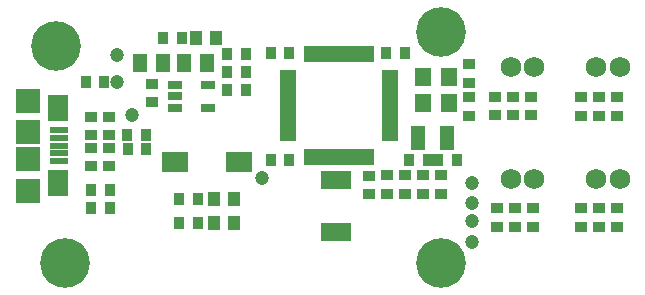
<source format=gts>
G04 Layer_Color=8388736*
%FSLAX25Y25*%
%MOIN*%
G70*
G01*
G75*
%ADD45R,0.08674X0.07099*%
%ADD46R,0.01981X0.05524*%
%ADD47R,0.05524X0.01981*%
%ADD48R,0.01981X0.06312*%
%ADD49R,0.05524X0.06312*%
%ADD50R,0.04737X0.07887*%
%ADD51R,0.05131X0.03162*%
%ADD52C,0.04737*%
%ADD53R,0.06115X0.02375*%
%ADD54R,0.07099X0.09068*%
%ADD55R,0.08280X0.07887*%
%ADD56R,0.04737X0.05918*%
%ADD57R,0.04343X0.03556*%
%ADD58R,0.03556X0.04343*%
%ADD59R,0.04147X0.04540*%
%ADD60C,0.06800*%
%ADD61C,0.16548*%
D45*
X36516Y33858D02*
D03*
X57776D02*
D03*
D46*
X102067Y35433D02*
D03*
X100098D02*
D03*
X98130D02*
D03*
X96161D02*
D03*
X94193D02*
D03*
X92224D02*
D03*
X90256D02*
D03*
X88287D02*
D03*
X86319D02*
D03*
X84350D02*
D03*
X82382D02*
D03*
X80413D02*
D03*
Y69685D02*
D03*
X82382D02*
D03*
X84350D02*
D03*
X86319D02*
D03*
X88287D02*
D03*
X90256D02*
D03*
X92224D02*
D03*
X94193D02*
D03*
X96161D02*
D03*
X98130D02*
D03*
X100098D02*
D03*
X102067D02*
D03*
D47*
X74114Y41732D02*
D03*
Y43701D02*
D03*
Y45669D02*
D03*
Y51575D02*
D03*
Y53543D02*
D03*
Y55512D02*
D03*
Y57480D02*
D03*
Y59449D02*
D03*
Y61417D02*
D03*
Y63386D02*
D03*
X108366D02*
D03*
Y61417D02*
D03*
Y59449D02*
D03*
Y57480D02*
D03*
Y55512D02*
D03*
Y53543D02*
D03*
Y51575D02*
D03*
Y49606D02*
D03*
Y47638D02*
D03*
Y45669D02*
D03*
Y43701D02*
D03*
Y41732D02*
D03*
X74114Y49606D02*
D03*
Y47638D02*
D03*
D48*
X94193Y27559D02*
D03*
X92224D02*
D03*
X90256D02*
D03*
X88287D02*
D03*
X86319D02*
D03*
X94193Y10236D02*
D03*
X92224D02*
D03*
X90256D02*
D03*
X88287D02*
D03*
X86319D02*
D03*
D49*
X127953Y53445D02*
D03*
Y62106D02*
D03*
X119291Y53445D02*
D03*
Y62106D02*
D03*
D50*
X117421Y41831D02*
D03*
X127264D02*
D03*
D51*
X36417Y59310D02*
D03*
X47441D02*
D03*
X36417Y55570D02*
D03*
Y51830D02*
D03*
X47441D02*
D03*
D52*
X135663Y13943D02*
D03*
Y7185D02*
D03*
X135630Y19980D02*
D03*
X135663Y26575D02*
D03*
X65551Y28375D02*
D03*
X17126Y69291D02*
D03*
X22343Y49409D02*
D03*
X17323Y60433D02*
D03*
D53*
X-1969Y39173D02*
D03*
Y41732D02*
D03*
Y36614D02*
D03*
Y44291D02*
D03*
Y34055D02*
D03*
D54*
X-2461Y26772D02*
D03*
Y51575D02*
D03*
D55*
X-12500Y34646D02*
D03*
Y43701D02*
D03*
Y24213D02*
D03*
Y54134D02*
D03*
D56*
X39587Y66732D02*
D03*
X47224D02*
D03*
X32658D02*
D03*
X25020D02*
D03*
D57*
X29035Y53598D02*
D03*
Y59819D02*
D03*
X8661Y38543D02*
D03*
Y32323D02*
D03*
Y48878D02*
D03*
Y42658D02*
D03*
X113287Y23071D02*
D03*
Y29291D02*
D03*
X119291Y23071D02*
D03*
Y29291D02*
D03*
X134646Y60177D02*
D03*
Y66398D02*
D03*
X134547Y49154D02*
D03*
Y55374D02*
D03*
X149803Y18268D02*
D03*
Y12047D02*
D03*
X178051D02*
D03*
Y18268D02*
D03*
X177856Y55374D02*
D03*
Y49154D02*
D03*
X125295Y23071D02*
D03*
Y29291D02*
D03*
X149351Y55499D02*
D03*
Y49278D02*
D03*
X14665Y38543D02*
D03*
Y32323D02*
D03*
Y48878D02*
D03*
Y42658D02*
D03*
X101279Y29193D02*
D03*
Y22972D02*
D03*
X107283Y23031D02*
D03*
Y29252D02*
D03*
X155807Y18268D02*
D03*
Y12047D02*
D03*
X143898Y18268D02*
D03*
Y12047D02*
D03*
X184055Y12146D02*
D03*
Y18366D02*
D03*
X172047Y12087D02*
D03*
Y18307D02*
D03*
X183858Y55374D02*
D03*
Y49154D02*
D03*
X171803Y55400D02*
D03*
Y49180D02*
D03*
X155315Y49252D02*
D03*
Y55472D02*
D03*
X143307Y49252D02*
D03*
Y55472D02*
D03*
D58*
X53878Y69587D02*
D03*
X60098D02*
D03*
X53878Y57579D02*
D03*
X60098D02*
D03*
X74665Y70079D02*
D03*
X68445D02*
D03*
X107028D02*
D03*
X113248D02*
D03*
X74665Y34350D02*
D03*
X68445D02*
D03*
X8701Y18504D02*
D03*
X14921D02*
D03*
X130472Y34252D02*
D03*
X124252D02*
D03*
X120827D02*
D03*
X114606D02*
D03*
X60098Y63583D02*
D03*
X53878D02*
D03*
X38839Y74902D02*
D03*
X32618D02*
D03*
X6772Y60335D02*
D03*
X12992D02*
D03*
X26929Y42815D02*
D03*
X20709D02*
D03*
X20807Y38091D02*
D03*
X27028D02*
D03*
X44252Y21358D02*
D03*
X38032D02*
D03*
Y13386D02*
D03*
X44252D02*
D03*
X8701Y24508D02*
D03*
X14921D02*
D03*
D59*
X43701Y74902D02*
D03*
X50394D02*
D03*
X56102Y21358D02*
D03*
X49409D02*
D03*
Y13484D02*
D03*
X56102D02*
D03*
D60*
X156299Y27953D02*
D03*
X148425D02*
D03*
X184843D02*
D03*
X176969D02*
D03*
X184843Y65354D02*
D03*
X176969D02*
D03*
X156299D02*
D03*
X148425D02*
D03*
D61*
X-3248Y72244D02*
D03*
X0Y0D02*
D03*
X125394D02*
D03*
Y77165D02*
D03*
M02*

</source>
